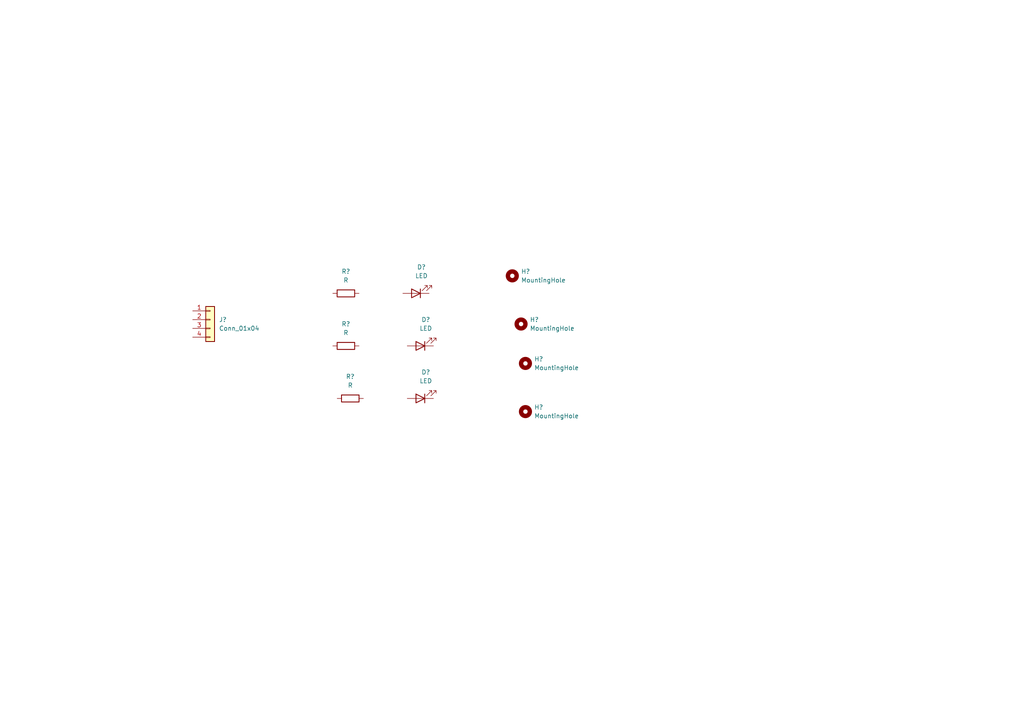
<source format=kicad_sch>
(kicad_sch (version 20211123) (generator eeschema)
  (paper "A4")
  (lib_symbols
    (symbol "Connector_Generic:Conn_01x04" (pin_names (offset 1.016) hide)
      (property "Reference" "J" (at 0 5.08 0))
      (property "Value" "Conn_01x04" (at 0 -7.62 0))
      (symbol "Conn_01x04_1_1"
        (rectangle (start -1.27 -4.953) (end 0 -5.207) (stroke (width 0.1524)))
        (rectangle (start -1.27 -2.413) (end 0 -2.667) (stroke (width 0.1524)))
        (rectangle (start -1.27 0.127) (end 0 -0.127) (stroke (width 0.1524)))
        (rectangle (start -1.27 2.667) (end 0 2.413) (stroke (width 0.1524)))
        (rectangle (start -1.27 3.81) (end 1.27 -6.35) (stroke (width 0.254)) (fill (type background)))
        (pin passive line (at -5.08 2.54 0) (length 3.81) (name "Pin_1") (number "1"))
        (pin passive line (at -5.08 0 0) (length 3.81) (name "Pin_2") (number "2"))
        (pin passive line (at -5.08 -2.54 0) (length 3.81) (name "Pin_3") (number "3"))
        (pin passive line (at -5.08 -5.08 0) (length 3.81) (name "Pin_4") (number "4"))
      )
    )
    (symbol "Device:LED" (pin_numbers hide) (pin_names (offset 1.016) hide)
      (property "Reference" "D" (at 0 2.54 0))
      (property "Value" "LED" (at 0 -2.54 0))
      (symbol "LED_0_1"
        (polyline (pts (xy -1.27 -1.27) (xy -1.27 1.27)) (stroke (width 0.254)))
        (polyline (pts (xy -1.27 0) (xy 1.27 0)))
        (polyline (pts (xy 1.27 -1.27) (xy 1.27 1.27) (xy -1.27 0) (xy 1.27 -1.27)) (stroke (width 0.254)))
        (polyline (pts (xy -3.048 -0.762) (xy -4.572 -2.286) (xy -3.81 -2.286) (xy -4.572 -2.286) (xy -4.572 -1.524)))
        (polyline (pts (xy -1.778 -0.762) (xy -3.302 -2.286) (xy -2.54 -2.286) (xy -3.302 -2.286) (xy -3.302 -1.524)))
      )
      (symbol "LED_1_1"
        (pin passive line (at -3.81 0 0) (length 2.54) (name "K") (number "1"))
        (pin passive line (at 3.81 0 180) (length 2.54) (name "A") (number "2"))
      )
    )
    (symbol "Device:R" (pin_numbers hide) (pin_names (offset 0))
      (property "Reference" "R" (at 2.032 0 90))
      (property "Value" "R" (at 0 0 90))
      (symbol "R_0_1"
        (rectangle (start -1.016 -2.54) (end 1.016 2.54) (stroke (width 0.254)))
      )
      (symbol "R_1_1"
        (pin passive line (at 0 3.81 270) (length 1.27) (name "~") (number "1"))
        (pin passive line (at 0 -3.81 90) (length 1.27) (name "~") (number "2"))
      )
    )
    (symbol "Mechanical:MountingHole" (pin_names (offset 1.016))
      (property "Reference" "H" (at 0 5.08 0))
      (property "Value" "MountingHole" (at 0 3.175 0))
      (symbol "MountingHole_0_1"
        (circle (center 0 0) (radius 1.27) (stroke (width 1.27)))
      )
    )
  )
  (symbol (lib_id "Connector_Generic:Conn_01x04") (at 60.96 92.71 0) (unit 1)
    (property "Reference" "J?" (at 63.5 92.7099 0) (effects (justify left)))
    (property "Value" "Conn_01x04" (at 63.5 95.2499 0) (effects (justify left)))
  )
  (symbol (lib_id "Device:LED") (at 120.65 85.09 180) (unit 1)
    (property "Reference" "D?" (at 122.2375 77.47 0))
    (property "Value" "LED" (at 122.2375 80.01 0))
  )
  (symbol (lib_id "Device:LED") (at 121.92 115.57 180) (unit 1)
    (property "Reference" "D?" (at 123.5075 107.95 0))
    (property "Value" "LED" (at 123.5075 110.49 0))
  )
  (symbol (lib_id "Device:R") (at 101.6 115.57 270) (unit 1)
    (property "Reference" "R?" (at 101.6 109.22 90))
    (property "Value" "R" (at 101.6 111.76 90))
  )
  (symbol (lib_id "Device:LED") (at 121.92 100.33 180) (unit 1)
    (property "Reference" "D?" (at 123.5075 92.71 0))
    (property "Value" "LED" (at 123.5075 95.25 0))
  )
  (symbol (lib_id "Mechanical:MountingHole") (at 151.13 93.98 0) (unit 1)
    (property "Reference" "H?" (at 153.67 92.7099 0) (effects (justify left)))
    (property "Value" "MountingHole" (at 153.67 95.2499 0) (effects (justify left)))
  )
  (symbol (lib_id "Device:R") (at 100.33 85.09 90) (unit 1)
    (property "Reference" "R?" (at 100.33 78.74 90))
    (property "Value" "R" (at 100.33 81.28 90))
  )
  (symbol (lib_id "Mechanical:MountingHole") (at 152.4 119.38 0) (unit 1)
    (property "Reference" "H?" (at 154.94 118.1099 0) (effects (justify left)))
    (property "Value" "MountingHole" (at 154.94 120.6499 0) (effects (justify left)))
  )
  (symbol (lib_id "Mechanical:MountingHole") (at 152.4 105.41 0) (unit 1)
    (property "Reference" "H?" (at 154.94 104.1399 0) (effects (justify left)))
    (property "Value" "MountingHole" (at 154.94 106.6799 0) (effects (justify left)))
  )
  (symbol (lib_id "Device:R") (at 100.33 100.33 90) (unit 1)
    (property "Reference" "R?" (at 100.33 93.98 90))
    (property "Value" "R" (at 100.33 96.52 90))
  )
  (symbol (lib_id "Mechanical:MountingHole") (at 148.59 80.01 0) (unit 1)
    (property "Reference" "H?" (at 151.13 78.7399 0) (effects (justify left)))
    (property "Value" "MountingHole" (at 151.13 81.2799 0) (effects (justify left)))
  )
)
</source>
